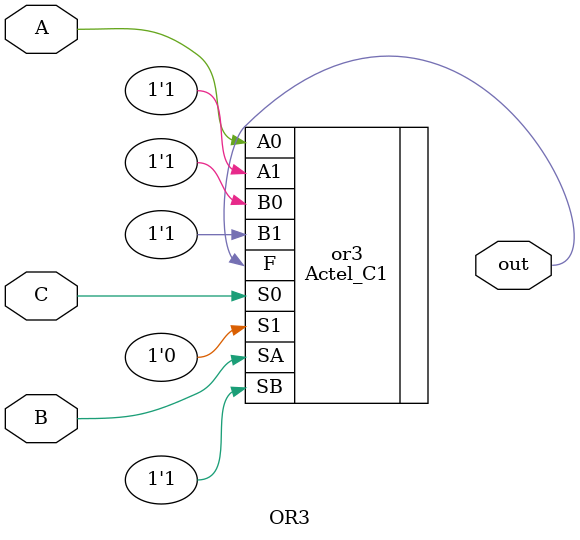
<source format=v>
module OR3 (input A, B, C, output out);

    Actel_C1 or3(.A0(A), .A1(1'b1), .SA(B), .B0(1'b1), .B1(1'b1), .SB(1'b1), .S0(C), .S1(1'b0), .F(out));


endmodule
</source>
